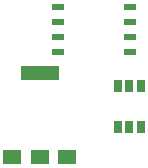
<source format=gbp>
G04 #@! TF.GenerationSoftware,KiCad,Pcbnew,7.0.1-3b83917a11~172~ubuntu22.04.1*
G04 #@! TF.CreationDate,2023-04-10T17:36:39+00:00*
G04 #@! TF.ProjectId,ducklace,6475636b-6c61-4636-952e-6b696361645f,rev?*
G04 #@! TF.SameCoordinates,Original*
G04 #@! TF.FileFunction,Paste,Bot*
G04 #@! TF.FilePolarity,Positive*
%FSLAX46Y46*%
G04 Gerber Fmt 4.6, Leading zero omitted, Abs format (unit mm)*
G04 Created by KiCad (PCBNEW 7.0.1-3b83917a11~172~ubuntu22.04.1) date 2023-04-10 17:36:39*
%MOMM*%
%LPD*%
G01*
G04 APERTURE LIST*
%ADD10R,0.650000X1.000000*%
%ADD11R,1.050000X0.595000*%
%ADD12R,1.500000X1.200000*%
%ADD13R,3.200000X1.250000*%
G04 APERTURE END LIST*
D10*
G04 #@! TO.C,U4*
X105350000Y-107452800D03*
X104400000Y-107452800D03*
X103450000Y-107452800D03*
X103450000Y-110907200D03*
X104400000Y-110907200D03*
X105350000Y-110907200D03*
G04 #@! TD*
D11*
G04 #@! TO.C,U3*
X98375000Y-100775000D03*
X98375000Y-102045000D03*
X98375000Y-103315000D03*
X98375000Y-104585000D03*
X104425000Y-104582500D03*
X104425000Y-103315000D03*
X104425000Y-102045000D03*
X104425000Y-100775000D03*
G04 #@! TD*
D12*
G04 #@! TO.C,U2*
X94500000Y-113430000D03*
X96800000Y-113430000D03*
D13*
X96800000Y-106355000D03*
D12*
X99100000Y-113430000D03*
G04 #@! TD*
M02*

</source>
